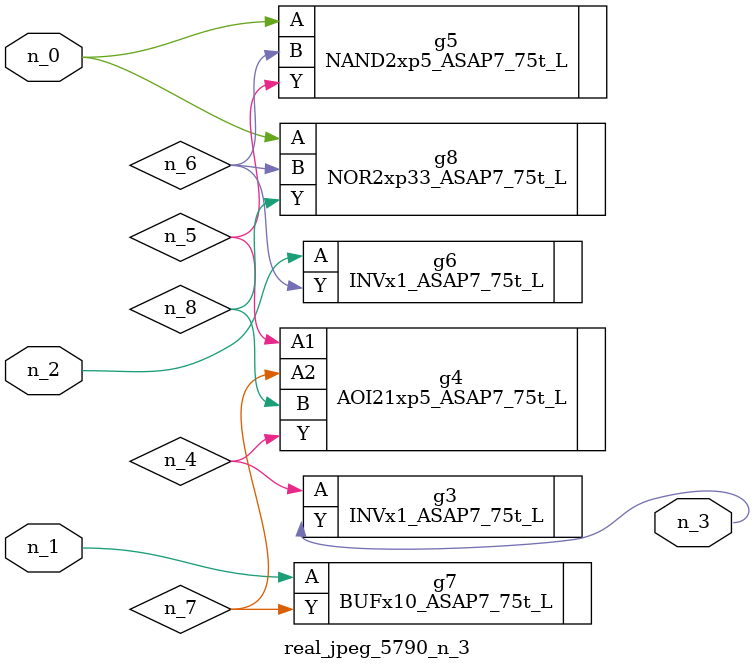
<source format=v>
module real_jpeg_5790_n_3 (n_1, n_0, n_2, n_3);

input n_1;
input n_0;
input n_2;

output n_3;

wire n_5;
wire n_4;
wire n_8;
wire n_6;
wire n_7;

NAND2xp5_ASAP7_75t_L g5 ( 
.A(n_0),
.B(n_6),
.Y(n_5)
);

NOR2xp33_ASAP7_75t_L g8 ( 
.A(n_0),
.B(n_6),
.Y(n_8)
);

BUFx10_ASAP7_75t_L g7 ( 
.A(n_1),
.Y(n_7)
);

INVx1_ASAP7_75t_L g6 ( 
.A(n_2),
.Y(n_6)
);

INVx1_ASAP7_75t_L g3 ( 
.A(n_4),
.Y(n_3)
);

AOI21xp5_ASAP7_75t_L g4 ( 
.A1(n_5),
.A2(n_7),
.B(n_8),
.Y(n_4)
);


endmodule
</source>
